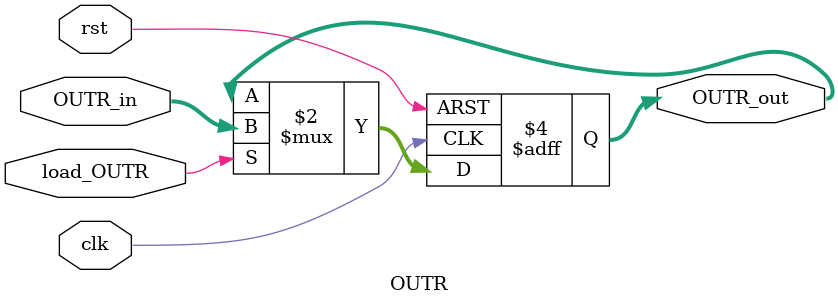
<source format=v>
`timescale 1ns / 1ps

module OUTR(
    input wire clk,
    input wire rst,
    input wire load_OUTR,         
    input wire [7:0] OUTR_in,     
    output reg [7:0] OUTR_out                      
);
//It loads OUTR_in into OUTR_out on the positive clock edge only when load_OUTR is high. Otherwise, it holds its current value
    always @(posedge clk or posedge rst) begin
        if (rst) begin
            OUTR_out <= 8'b0;
        end
        else if (load_OUTR) begin
                OUTR_out <= OUTR_in;          
        end
    end

endmodule

</source>
